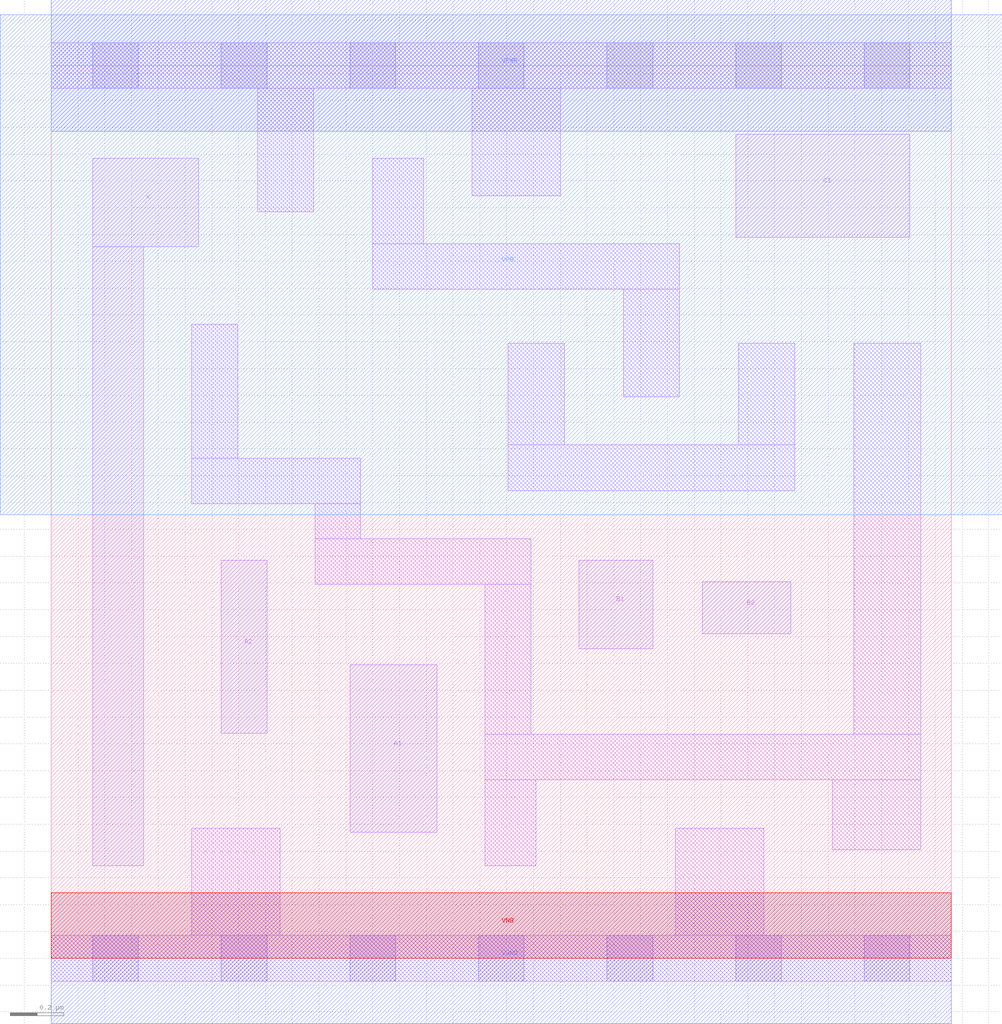
<source format=lef>
# Copyright 2020 The SkyWater PDK Authors
#
# Licensed under the Apache License, Version 2.0 (the "License");
# you may not use this file except in compliance with the License.
# You may obtain a copy of the License at
#
#     https://www.apache.org/licenses/LICENSE-2.0
#
# Unless required by applicable law or agreed to in writing, software
# distributed under the License is distributed on an "AS IS" BASIS,
# WITHOUT WARRANTIES OR CONDITIONS OF ANY KIND, either express or implied.
# See the License for the specific language governing permissions and
# limitations under the License.
#
# SPDX-License-Identifier: Apache-2.0

VERSION 5.7 ;
  NOWIREEXTENSIONATPIN ON ;
  DIVIDERCHAR "/" ;
  BUSBITCHARS "[]" ;
MACRO sky130_fd_sc_lp__a221o_m
  CLASS CORE ;
  FOREIGN sky130_fd_sc_lp__a221o_m ;
  ORIGIN  0.000000  0.000000 ;
  SIZE  3.360000 BY  3.330000 ;
  SYMMETRY X Y R90 ;
  SITE unit ;
  PIN A1
    ANTENNAGATEAREA  0.126000 ;
    DIRECTION INPUT ;
    USE SIGNAL ;
    PORT
      LAYER li1 ;
        RECT 1.115000 0.470000 1.440000 1.095000 ;
    END
  END A1
  PIN A2
    ANTENNAGATEAREA  0.126000 ;
    DIRECTION INPUT ;
    USE SIGNAL ;
    PORT
      LAYER li1 ;
        RECT 0.635000 0.840000 0.805000 1.485000 ;
    END
  END A2
  PIN B1
    ANTENNAGATEAREA  0.126000 ;
    DIRECTION INPUT ;
    USE SIGNAL ;
    PORT
      LAYER li1 ;
        RECT 1.970000 1.155000 2.245000 1.485000 ;
    END
  END B1
  PIN B2
    ANTENNAGATEAREA  0.126000 ;
    DIRECTION INPUT ;
    USE SIGNAL ;
    PORT
      LAYER li1 ;
        RECT 2.430000 1.210000 2.760000 1.405000 ;
    END
  END B2
  PIN C1
    ANTENNAGATEAREA  0.126000 ;
    DIRECTION INPUT ;
    USE SIGNAL ;
    PORT
      LAYER li1 ;
        RECT 2.555000 2.690000 3.205000 3.075000 ;
    END
  END C1
  PIN X
    ANTENNADIFFAREA  0.222600 ;
    DIRECTION OUTPUT ;
    USE SIGNAL ;
    PORT
      LAYER li1 ;
        RECT 0.155000 0.345000 0.345000 2.655000 ;
        RECT 0.155000 2.655000 0.550000 2.985000 ;
    END
  END X
  PIN VGND
    DIRECTION INOUT ;
    USE GROUND ;
    PORT
      LAYER met1 ;
        RECT 0.000000 -0.245000 3.360000 0.245000 ;
    END
  END VGND
  PIN VNB
    DIRECTION INOUT ;
    USE GROUND ;
    PORT
      LAYER pwell ;
        RECT 0.000000 0.000000 3.360000 0.245000 ;
    END
  END VNB
  PIN VPB
    DIRECTION INOUT ;
    USE POWER ;
    PORT
      LAYER nwell ;
        RECT -0.190000 1.655000 3.550000 3.520000 ;
    END
  END VPB
  PIN VPWR
    DIRECTION INOUT ;
    USE POWER ;
    PORT
      LAYER met1 ;
        RECT 0.000000 3.085000 3.360000 3.575000 ;
    END
  END VPWR
  OBS
    LAYER li1 ;
      RECT 0.000000 -0.085000 3.360000 0.085000 ;
      RECT 0.000000  3.245000 3.360000 3.415000 ;
      RECT 0.525000  0.085000 0.855000 0.485000 ;
      RECT 0.525000  1.695000 1.155000 1.865000 ;
      RECT 0.525000  1.865000 0.695000 2.365000 ;
      RECT 0.770000  2.785000 0.980000 3.245000 ;
      RECT 0.985000  1.395000 1.790000 1.565000 ;
      RECT 0.985000  1.565000 1.155000 1.695000 ;
      RECT 1.200000  2.495000 2.345000 2.665000 ;
      RECT 1.200000  2.665000 1.390000 2.985000 ;
      RECT 1.570000  2.845000 1.900000 3.245000 ;
      RECT 1.620000  0.345000 1.810000 0.665000 ;
      RECT 1.620000  0.665000 3.245000 0.835000 ;
      RECT 1.620000  0.835000 1.790000 1.395000 ;
      RECT 1.705000  1.745000 2.775000 1.915000 ;
      RECT 1.705000  1.915000 1.915000 2.295000 ;
      RECT 2.135000  2.095000 2.345000 2.495000 ;
      RECT 2.330000  0.085000 2.660000 0.485000 ;
      RECT 2.565000  1.915000 2.775000 2.295000 ;
      RECT 2.915000  0.405000 3.245000 0.665000 ;
      RECT 2.995000  0.835000 3.245000 2.295000 ;
    LAYER mcon ;
      RECT 0.155000 -0.085000 0.325000 0.085000 ;
      RECT 0.155000  3.245000 0.325000 3.415000 ;
      RECT 0.635000 -0.085000 0.805000 0.085000 ;
      RECT 0.635000  3.245000 0.805000 3.415000 ;
      RECT 1.115000 -0.085000 1.285000 0.085000 ;
      RECT 1.115000  3.245000 1.285000 3.415000 ;
      RECT 1.595000 -0.085000 1.765000 0.085000 ;
      RECT 1.595000  3.245000 1.765000 3.415000 ;
      RECT 2.075000 -0.085000 2.245000 0.085000 ;
      RECT 2.075000  3.245000 2.245000 3.415000 ;
      RECT 2.555000 -0.085000 2.725000 0.085000 ;
      RECT 2.555000  3.245000 2.725000 3.415000 ;
      RECT 3.035000 -0.085000 3.205000 0.085000 ;
      RECT 3.035000  3.245000 3.205000 3.415000 ;
  END
END sky130_fd_sc_lp__a221o_m
END LIBRARY

</source>
